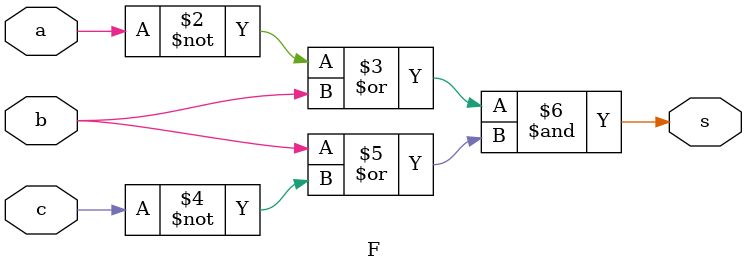
<source format=v>
/*
	R_0103a.v
	842536 - Mateus Henrique Medeiros Diniz
*/

module R0103a;
	wire s;
	reg a, b, c;
	
	F f (s, a, b, c);
	
	initial
	begin: main
		integer i;
		
		$display("a b c | s");	
		
		a = 0;
		b = 0;
		c = 0;
		
		$monitor("%b %b %b | %b", a, b, c, s);
		
		for(i = 1; i <= 7; i++) begin
			#1
			
			c = ~c;
			
			if(i % 2 == 0)
				b = ~b;
				
			if(i % 4 == 0)
				a = ~a;
		end
	end
endmodule

module F (output s, input a, b, c);
	assign s = (~a | b) & (b | ~c);
endmodule

</source>
